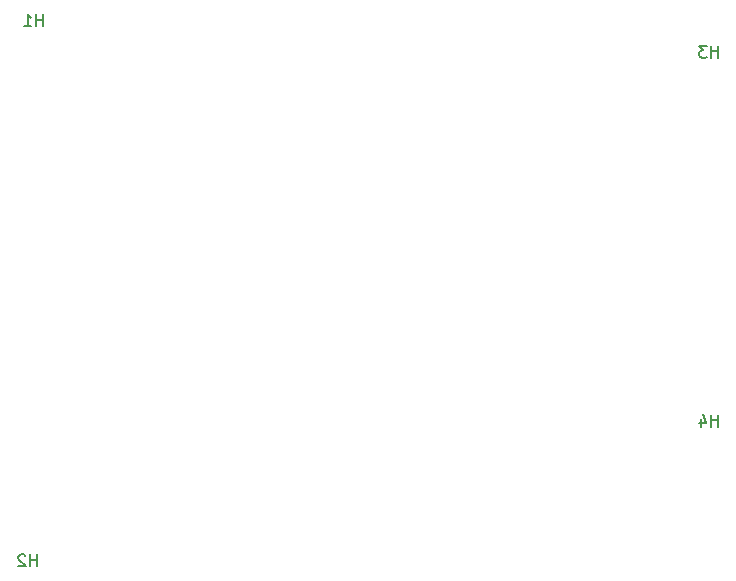
<source format=gbr>
G04 #@! TF.GenerationSoftware,KiCad,Pcbnew,(5.1.2)-1*
G04 #@! TF.CreationDate,2019-08-18T22:38:46+05:30*
G04 #@! TF.ProjectId,SAM21,53414d32-312e-46b6-9963-61645f706362,v1*
G04 #@! TF.SameCoordinates,Original*
G04 #@! TF.FileFunction,Legend,Bot*
G04 #@! TF.FilePolarity,Positive*
%FSLAX46Y46*%
G04 Gerber Fmt 4.6, Leading zero omitted, Abs format (unit mm)*
G04 Created by KiCad (PCBNEW (5.1.2)-1) date 2019-08-18 22:38:46*
%MOMM*%
%LPD*%
G04 APERTURE LIST*
%ADD10C,0.150000*%
G04 APERTURE END LIST*
D10*
X169671904Y-77532380D02*
X169671904Y-76532380D01*
X169671904Y-77008571D02*
X169100476Y-77008571D01*
X169100476Y-77532380D02*
X169100476Y-76532380D01*
X168719523Y-76532380D02*
X168100476Y-76532380D01*
X168433809Y-76913333D01*
X168290952Y-76913333D01*
X168195714Y-76960952D01*
X168148095Y-77008571D01*
X168100476Y-77103809D01*
X168100476Y-77341904D01*
X168148095Y-77437142D01*
X168195714Y-77484761D01*
X168290952Y-77532380D01*
X168576666Y-77532380D01*
X168671904Y-77484761D01*
X168719523Y-77437142D01*
X169671904Y-108774380D02*
X169671904Y-107774380D01*
X169671904Y-108250571D02*
X169100476Y-108250571D01*
X169100476Y-108774380D02*
X169100476Y-107774380D01*
X168195714Y-108107714D02*
X168195714Y-108774380D01*
X168433809Y-107726761D02*
X168671904Y-108441047D01*
X168052857Y-108441047D01*
X112013904Y-120594380D02*
X112013904Y-119594380D01*
X112013904Y-120070571D02*
X111442476Y-120070571D01*
X111442476Y-120594380D02*
X111442476Y-119594380D01*
X111013904Y-119689619D02*
X110966285Y-119642000D01*
X110871047Y-119594380D01*
X110632952Y-119594380D01*
X110537714Y-119642000D01*
X110490095Y-119689619D01*
X110442476Y-119784857D01*
X110442476Y-119880095D01*
X110490095Y-120022952D01*
X111061523Y-120594380D01*
X110442476Y-120594380D01*
X112521904Y-74874380D02*
X112521904Y-73874380D01*
X112521904Y-74350571D02*
X111950476Y-74350571D01*
X111950476Y-74874380D02*
X111950476Y-73874380D01*
X110950476Y-74874380D02*
X111521904Y-74874380D01*
X111236190Y-74874380D02*
X111236190Y-73874380D01*
X111331428Y-74017238D01*
X111426666Y-74112476D01*
X111521904Y-74160095D01*
M02*

</source>
